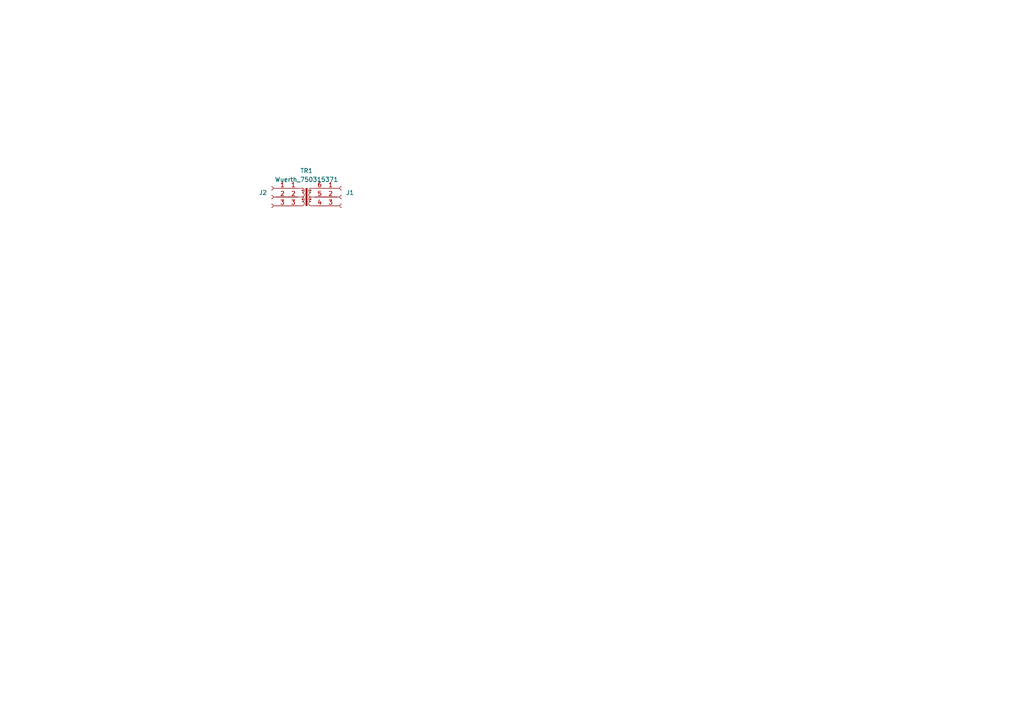
<source format=kicad_sch>
(kicad_sch (version 20231120) (generator "eeschema") (generator_version "8.0")
  (paper "A4")
  (lib_symbols
    (symbol "Connector:Conn_01x03_Socket" (pin_names (offset 1.016) hide)
      (property "Reference" "J" (at 0 5.08 0))
      (property "Value" "Conn_01x03_Socket" (at 0 -5.08 0))
      (symbol "Conn_01x03_Socket_1_1"
        (arc (start 0 -2.032) (mid -0.5058 -2.54) (end 0 -3.048) (stroke (width 0.1524)))
        (polyline (pts (xy -1.27 -2.54) (xy -0.508 -2.54)) (stroke (width 0.1524)))
        (polyline (pts (xy -1.27 0) (xy -0.508 0)) (stroke (width 0.1524)))
        (polyline (pts (xy -1.27 2.54) (xy -0.508 2.54)) (stroke (width 0.1524)))
        (arc (start 0 0.508) (mid -0.5058 0) (end 0 -0.508) (stroke (width 0.1524)))
        (arc (start 0 3.048) (mid -0.5058 2.54) (end 0 2.032) (stroke (width 0.1524)))
        (pin passive line (at -5.08 2.54 0) (length 3.81) (name "Pin_1") (number "1"))
        (pin passive line (at -5.08 0 0) (length 3.81) (name "Pin_2") (number "2"))
        (pin passive line (at -5.08 -2.54 0) (length 3.81) (name "Pin_3") (number "3"))
      )
    )
    (symbol "Transformer:Wuerth_750315371"
      (property "Reference" "TR" (at 0 5.08 0))
      (property "Value" "Wuerth_750315371" (at 0 -5.08 0))
      (symbol "Wuerth_750315371_0_1"
        (arc (start -1.27 -2.54) (mid -0.6377 -1.905) (end -1.27 -1.27))
        (arc (start -1.27 -1.27) (mid -0.6377 -0.635) (end -1.27 0))
        (rectangle (start -0.254 2.54) (end 0.254 -2.54) (stroke (width 0.0254)) (fill (type outline)))
        (polyline (pts (xy -2.54 -2.54) (xy -1.27 -2.54)))
        (polyline (pts (xy -2.54 0) (xy -1.27 0)))
        (polyline (pts (xy -2.54 2.54) (xy -1.27 2.54)))
        (polyline (pts (xy 1.27 -2.54) (xy 2.54 -2.54)))
        (polyline (pts (xy 1.27 0) (xy 2.54 0)))
        (polyline (pts (xy 1.27 2.54) (xy 2.54 2.54)))
      )
      (symbol "Wuerth_750315371_1_1"
        (arc (start -1.27 0) (mid -0.6377 0.635) (end -1.27 1.27))
        (arc (start -1.27 1.27) (mid -0.6377 1.905) (end -1.27 2.54))
        (circle (center -1.143 -0.635) (radius 0.127) (stroke (width 0.254)))
        (circle (center -1.143 1.905) (radius 0.127) (stroke (width 0.254)))
        (circle (center 1.143 -0.635) (radius 0.127) (stroke (width 0.254)))
        (circle (center 1.143 1.905) (radius 0.127) (stroke (width 0.254)))
        (arc (start 1.27 -1.27) (mid 0.6377 -1.905) (end 1.27 -2.54))
        (arc (start 1.27 0) (mid 0.6377 -0.635) (end 1.27 -1.27))
        (arc (start 1.27 1.27) (mid 0.6377 0.635) (end 1.27 0))
        (arc (start 1.27 2.54) (mid 0.6377 1.905) (end 1.27 1.27))
        (pin passive line (at -5.08 2.54 0) (length 2.54) (name "~") (number "1"))
        (pin passive line (at -5.08 0 0) (length 2.54) (name "~") (number "2"))
        (pin passive line (at -5.08 -2.54 0) (length 2.54) (name "~") (number "3"))
        (pin passive line (at 5.08 -2.54 180) (length 2.54) (name "~") (number "4"))
        (pin passive line (at 5.08 0 180) (length 2.54) (name "~") (number "5"))
        (pin passive line (at 5.08 2.54 180) (length 2.54) (name "~") (number "6"))
      )
    )
  )
  (symbol (lib_id "Transformer:Wuerth_750315371") (at 88.9 57.15 0) (unit 1)
    (property "Reference" "TR1" (at 88.9 49.53 0))
    (property "Value" "Wuerth_750315371" (at 88.9 52.07 0))
    (property "Footprint" "Transformer_SMD:Transformer_Wuerth_750315371" (effects (hide yes)))
    (property "Datasheet" "https://www.we-online.com/catalog/datasheet/750315371.pdf" (effects (hide yes)))
    (property "Description" "5V, 1A , 320 - 480kHz, 1:1.1, Center Tapped, SMD" (effects (hide yes)))
  )
  (symbol (lib_id "Connector:Conn_01x03_Socket") (at 78.74 57.15 0) (mirror y) (unit 1)
    (property "Reference" "J2" (at 77.47 55.8799 0) (effects (justify left)))
    (property "Value" "Conn_01x03_Socket" (effects (hide yes)))
    (property "Footprint" "Connector_PinHeader_2.54mm:PinHeader_1x03_P2.54mm_Vertical" (effects (hide yes)))
    (property "Description" "Generic connector, single row, 01x03, script generated" (effects (hide yes)))
  )
  (symbol (lib_id "Connector:Conn_01x03_Socket") (at 99.06 57.15 0) (unit 1)
    (property "Reference" "J1" (at 100.33 55.8799 0) (effects (justify left)))
    (property "Value" "Conn_01x03_Socket" (effects (hide yes)))
    (property "Footprint" "Connector_PinHeader_2.54mm:PinHeader_1x03_P2.54mm_Vertical" (effects (hide yes)))
    (property "Description" "Generic connector, single row, 01x03, script generated" (effects (hide yes)))
  )
)
</source>
